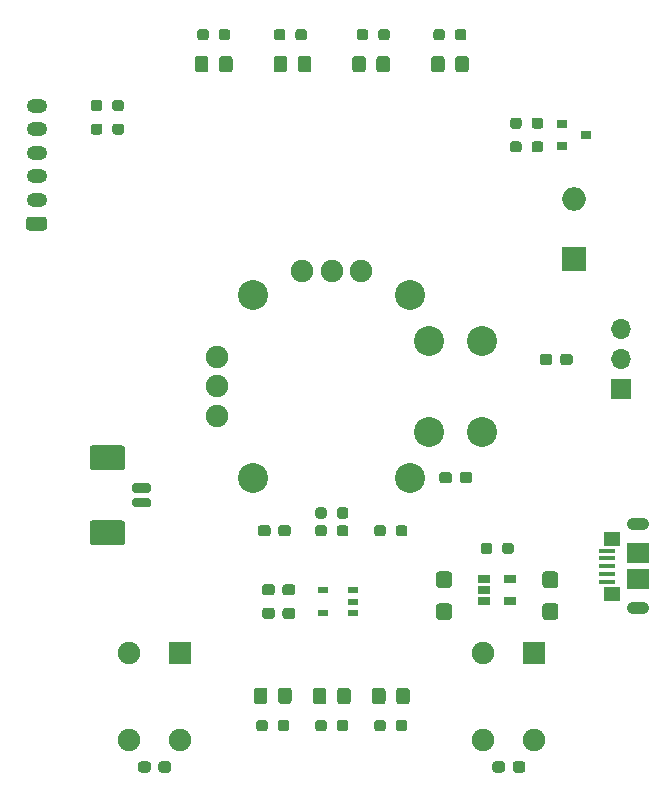
<source format=gbr>
G04 #@! TF.GenerationSoftware,KiCad,Pcbnew,(5.1.10)-1*
G04 #@! TF.CreationDate,2021-09-06T12:39:18+09:00*
G04 #@! TF.ProjectId,controller,636f6e74-726f-46c6-9c65-722e6b696361,rev?*
G04 #@! TF.SameCoordinates,Original*
G04 #@! TF.FileFunction,Soldermask,Top*
G04 #@! TF.FilePolarity,Negative*
%FSLAX46Y46*%
G04 Gerber Fmt 4.6, Leading zero omitted, Abs format (unit mm)*
G04 Created by KiCad (PCBNEW (5.1.10)-1) date 2021-09-06 12:39:18*
%MOMM*%
%LPD*%
G01*
G04 APERTURE LIST*
%ADD10O,2.000000X2.000000*%
%ADD11R,2.000000X2.000000*%
%ADD12R,0.946899X0.508000*%
%ADD13R,1.060000X0.650000*%
%ADD14R,1.905000X1.905000*%
%ADD15C,1.905000*%
%ADD16O,1.700000X1.700000*%
%ADD17R,1.700000X1.700000*%
%ADD18O,1.750000X1.200000*%
%ADD19R,1.450000X1.150000*%
%ADD20O,1.900000X1.050000*%
%ADD21R,1.900000X1.750000*%
%ADD22R,1.400000X0.400000*%
%ADD23R,0.900000X0.800000*%
%ADD24C,2.540000*%
G04 APERTURE END LIST*
D10*
X48000000Y-22920000D03*
D11*
X48000000Y-28000000D03*
D12*
X26726449Y-57950001D03*
X26726449Y-56049999D03*
X29273551Y-56049999D03*
X29273551Y-57000000D03*
X29273551Y-57950001D03*
D13*
X42600000Y-55050000D03*
X42600000Y-56950000D03*
X40400000Y-56950000D03*
X40400000Y-56000000D03*
X40400000Y-55050000D03*
D14*
X14659000Y-61317000D03*
D15*
X10341000Y-61317000D03*
X10341000Y-68683000D03*
X14659000Y-68683000D03*
D14*
X44659000Y-61317000D03*
D15*
X40341000Y-61317000D03*
X40341000Y-68683000D03*
X44659000Y-68683000D03*
D16*
X52000000Y-33920000D03*
X52000000Y-36460000D03*
D17*
X52000000Y-39000000D03*
G36*
G01*
X43575000Y-18262500D02*
X43575000Y-18737500D01*
G75*
G02*
X43337500Y-18975000I-237500J0D01*
G01*
X42837500Y-18975000D01*
G75*
G02*
X42600000Y-18737500I0J237500D01*
G01*
X42600000Y-18262500D01*
G75*
G02*
X42837500Y-18025000I237500J0D01*
G01*
X43337500Y-18025000D01*
G75*
G02*
X43575000Y-18262500I0J-237500D01*
G01*
G37*
G36*
G01*
X45400000Y-18262500D02*
X45400000Y-18737500D01*
G75*
G02*
X45162500Y-18975000I-237500J0D01*
G01*
X44662500Y-18975000D01*
G75*
G02*
X44425000Y-18737500I0J237500D01*
G01*
X44425000Y-18262500D01*
G75*
G02*
X44662500Y-18025000I237500J0D01*
G01*
X45162500Y-18025000D01*
G75*
G02*
X45400000Y-18262500I0J-237500D01*
G01*
G37*
G36*
G01*
X43575000Y-16262500D02*
X43575000Y-16737500D01*
G75*
G02*
X43337500Y-16975000I-237500J0D01*
G01*
X42837500Y-16975000D01*
G75*
G02*
X42600000Y-16737500I0J237500D01*
G01*
X42600000Y-16262500D01*
G75*
G02*
X42837500Y-16025000I237500J0D01*
G01*
X43337500Y-16025000D01*
G75*
G02*
X43575000Y-16262500I0J-237500D01*
G01*
G37*
G36*
G01*
X45400000Y-16262500D02*
X45400000Y-16737500D01*
G75*
G02*
X45162500Y-16975000I-237500J0D01*
G01*
X44662500Y-16975000D01*
G75*
G02*
X44425000Y-16737500I0J237500D01*
G01*
X44425000Y-16262500D01*
G75*
G02*
X44662500Y-16025000I237500J0D01*
G01*
X45162500Y-16025000D01*
G75*
G02*
X45400000Y-16262500I0J-237500D01*
G01*
G37*
G36*
G01*
X32075000Y-50762500D02*
X32075000Y-51237500D01*
G75*
G02*
X31837500Y-51475000I-237500J0D01*
G01*
X31337500Y-51475000D01*
G75*
G02*
X31100000Y-51237500I0J237500D01*
G01*
X31100000Y-50762500D01*
G75*
G02*
X31337500Y-50525000I237500J0D01*
G01*
X31837500Y-50525000D01*
G75*
G02*
X32075000Y-50762500I0J-237500D01*
G01*
G37*
G36*
G01*
X33900000Y-50762500D02*
X33900000Y-51237500D01*
G75*
G02*
X33662500Y-51475000I-237500J0D01*
G01*
X33162500Y-51475000D01*
G75*
G02*
X32925000Y-51237500I0J237500D01*
G01*
X32925000Y-50762500D01*
G75*
G02*
X33162500Y-50525000I237500J0D01*
G01*
X33662500Y-50525000D01*
G75*
G02*
X33900000Y-50762500I0J-237500D01*
G01*
G37*
G36*
G01*
X8925000Y-15237500D02*
X8925000Y-14762500D01*
G75*
G02*
X9162500Y-14525000I237500J0D01*
G01*
X9662500Y-14525000D01*
G75*
G02*
X9900000Y-14762500I0J-237500D01*
G01*
X9900000Y-15237500D01*
G75*
G02*
X9662500Y-15475000I-237500J0D01*
G01*
X9162500Y-15475000D01*
G75*
G02*
X8925000Y-15237500I0J237500D01*
G01*
G37*
G36*
G01*
X7100000Y-15237500D02*
X7100000Y-14762500D01*
G75*
G02*
X7337500Y-14525000I237500J0D01*
G01*
X7837500Y-14525000D01*
G75*
G02*
X8075000Y-14762500I0J-237500D01*
G01*
X8075000Y-15237500D01*
G75*
G02*
X7837500Y-15475000I-237500J0D01*
G01*
X7337500Y-15475000D01*
G75*
G02*
X7100000Y-15237500I0J237500D01*
G01*
G37*
G36*
G01*
X8925000Y-17237500D02*
X8925000Y-16762500D01*
G75*
G02*
X9162500Y-16525000I237500J0D01*
G01*
X9662500Y-16525000D01*
G75*
G02*
X9900000Y-16762500I0J-237500D01*
G01*
X9900000Y-17237500D01*
G75*
G02*
X9662500Y-17475000I-237500J0D01*
G01*
X9162500Y-17475000D01*
G75*
G02*
X8925000Y-17237500I0J237500D01*
G01*
G37*
G36*
G01*
X7100000Y-17237500D02*
X7100000Y-16762500D01*
G75*
G02*
X7337500Y-16525000I237500J0D01*
G01*
X7837500Y-16525000D01*
G75*
G02*
X8075000Y-16762500I0J-237500D01*
G01*
X8075000Y-17237500D01*
G75*
G02*
X7837500Y-17475000I-237500J0D01*
G01*
X7337500Y-17475000D01*
G75*
G02*
X7100000Y-17237500I0J237500D01*
G01*
G37*
G36*
G01*
X27925000Y-51237500D02*
X27925000Y-50762500D01*
G75*
G02*
X28162500Y-50525000I237500J0D01*
G01*
X28662500Y-50525000D01*
G75*
G02*
X28900000Y-50762500I0J-237500D01*
G01*
X28900000Y-51237500D01*
G75*
G02*
X28662500Y-51475000I-237500J0D01*
G01*
X28162500Y-51475000D01*
G75*
G02*
X27925000Y-51237500I0J237500D01*
G01*
G37*
G36*
G01*
X26100000Y-51237500D02*
X26100000Y-50762500D01*
G75*
G02*
X26337500Y-50525000I237500J0D01*
G01*
X26837500Y-50525000D01*
G75*
G02*
X27075000Y-50762500I0J-237500D01*
G01*
X27075000Y-51237500D01*
G75*
G02*
X26837500Y-51475000I-237500J0D01*
G01*
X26337500Y-51475000D01*
G75*
G02*
X26100000Y-51237500I0J237500D01*
G01*
G37*
G36*
G01*
X27925000Y-49737500D02*
X27925000Y-49262500D01*
G75*
G02*
X28162500Y-49025000I237500J0D01*
G01*
X28662500Y-49025000D01*
G75*
G02*
X28900000Y-49262500I0J-237500D01*
G01*
X28900000Y-49737500D01*
G75*
G02*
X28662500Y-49975000I-237500J0D01*
G01*
X28162500Y-49975000D01*
G75*
G02*
X27925000Y-49737500I0J237500D01*
G01*
G37*
G36*
G01*
X26100000Y-49737500D02*
X26100000Y-49262500D01*
G75*
G02*
X26337500Y-49025000I237500J0D01*
G01*
X26837500Y-49025000D01*
G75*
G02*
X27075000Y-49262500I0J-237500D01*
G01*
X27075000Y-49737500D01*
G75*
G02*
X26837500Y-49975000I-237500J0D01*
G01*
X26337500Y-49975000D01*
G75*
G02*
X26100000Y-49737500I0J237500D01*
G01*
G37*
G36*
G01*
X37075000Y-8762500D02*
X37075000Y-9237500D01*
G75*
G02*
X36837500Y-9475000I-237500J0D01*
G01*
X36337500Y-9475000D01*
G75*
G02*
X36100000Y-9237500I0J237500D01*
G01*
X36100000Y-8762500D01*
G75*
G02*
X36337500Y-8525000I237500J0D01*
G01*
X36837500Y-8525000D01*
G75*
G02*
X37075000Y-8762500I0J-237500D01*
G01*
G37*
G36*
G01*
X38900000Y-8762500D02*
X38900000Y-9237500D01*
G75*
G02*
X38662500Y-9475000I-237500J0D01*
G01*
X38162500Y-9475000D01*
G75*
G02*
X37925000Y-9237500I0J237500D01*
G01*
X37925000Y-8762500D01*
G75*
G02*
X38162500Y-8525000I237500J0D01*
G01*
X38662500Y-8525000D01*
G75*
G02*
X38900000Y-8762500I0J-237500D01*
G01*
G37*
G36*
G01*
X30575000Y-8762500D02*
X30575000Y-9237500D01*
G75*
G02*
X30337500Y-9475000I-237500J0D01*
G01*
X29837500Y-9475000D01*
G75*
G02*
X29600000Y-9237500I0J237500D01*
G01*
X29600000Y-8762500D01*
G75*
G02*
X29837500Y-8525000I237500J0D01*
G01*
X30337500Y-8525000D01*
G75*
G02*
X30575000Y-8762500I0J-237500D01*
G01*
G37*
G36*
G01*
X32400000Y-8762500D02*
X32400000Y-9237500D01*
G75*
G02*
X32162500Y-9475000I-237500J0D01*
G01*
X31662500Y-9475000D01*
G75*
G02*
X31425000Y-9237500I0J237500D01*
G01*
X31425000Y-8762500D01*
G75*
G02*
X31662500Y-8525000I237500J0D01*
G01*
X32162500Y-8525000D01*
G75*
G02*
X32400000Y-8762500I0J-237500D01*
G01*
G37*
G36*
G01*
X23575000Y-8762500D02*
X23575000Y-9237500D01*
G75*
G02*
X23337500Y-9475000I-237500J0D01*
G01*
X22837500Y-9475000D01*
G75*
G02*
X22600000Y-9237500I0J237500D01*
G01*
X22600000Y-8762500D01*
G75*
G02*
X22837500Y-8525000I237500J0D01*
G01*
X23337500Y-8525000D01*
G75*
G02*
X23575000Y-8762500I0J-237500D01*
G01*
G37*
G36*
G01*
X25400000Y-8762500D02*
X25400000Y-9237500D01*
G75*
G02*
X25162500Y-9475000I-237500J0D01*
G01*
X24662500Y-9475000D01*
G75*
G02*
X24425000Y-9237500I0J237500D01*
G01*
X24425000Y-8762500D01*
G75*
G02*
X24662500Y-8525000I237500J0D01*
G01*
X25162500Y-8525000D01*
G75*
G02*
X25400000Y-8762500I0J-237500D01*
G01*
G37*
G36*
G01*
X17075000Y-8762500D02*
X17075000Y-9237500D01*
G75*
G02*
X16837500Y-9475000I-237500J0D01*
G01*
X16337500Y-9475000D01*
G75*
G02*
X16100000Y-9237500I0J237500D01*
G01*
X16100000Y-8762500D01*
G75*
G02*
X16337500Y-8525000I237500J0D01*
G01*
X16837500Y-8525000D01*
G75*
G02*
X17075000Y-8762500I0J-237500D01*
G01*
G37*
G36*
G01*
X18900000Y-8762500D02*
X18900000Y-9237500D01*
G75*
G02*
X18662500Y-9475000I-237500J0D01*
G01*
X18162500Y-9475000D01*
G75*
G02*
X17925000Y-9237500I0J237500D01*
G01*
X17925000Y-8762500D01*
G75*
G02*
X18162500Y-8525000I237500J0D01*
G01*
X18662500Y-8525000D01*
G75*
G02*
X18900000Y-8762500I0J-237500D01*
G01*
G37*
G36*
G01*
X27075000Y-67262500D02*
X27075000Y-67737500D01*
G75*
G02*
X26837500Y-67975000I-237500J0D01*
G01*
X26337500Y-67975000D01*
G75*
G02*
X26100000Y-67737500I0J237500D01*
G01*
X26100000Y-67262500D01*
G75*
G02*
X26337500Y-67025000I237500J0D01*
G01*
X26837500Y-67025000D01*
G75*
G02*
X27075000Y-67262500I0J-237500D01*
G01*
G37*
G36*
G01*
X28900000Y-67262500D02*
X28900000Y-67737500D01*
G75*
G02*
X28662500Y-67975000I-237500J0D01*
G01*
X28162500Y-67975000D01*
G75*
G02*
X27925000Y-67737500I0J237500D01*
G01*
X27925000Y-67262500D01*
G75*
G02*
X28162500Y-67025000I237500J0D01*
G01*
X28662500Y-67025000D01*
G75*
G02*
X28900000Y-67262500I0J-237500D01*
G01*
G37*
G36*
G01*
X22075000Y-67262500D02*
X22075000Y-67737500D01*
G75*
G02*
X21837500Y-67975000I-237500J0D01*
G01*
X21337500Y-67975000D01*
G75*
G02*
X21100000Y-67737500I0J237500D01*
G01*
X21100000Y-67262500D01*
G75*
G02*
X21337500Y-67025000I237500J0D01*
G01*
X21837500Y-67025000D01*
G75*
G02*
X22075000Y-67262500I0J-237500D01*
G01*
G37*
G36*
G01*
X23900000Y-67262500D02*
X23900000Y-67737500D01*
G75*
G02*
X23662500Y-67975000I-237500J0D01*
G01*
X23162500Y-67975000D01*
G75*
G02*
X22925000Y-67737500I0J237500D01*
G01*
X22925000Y-67262500D01*
G75*
G02*
X23162500Y-67025000I237500J0D01*
G01*
X23662500Y-67025000D01*
G75*
G02*
X23900000Y-67262500I0J-237500D01*
G01*
G37*
G36*
G01*
X32075000Y-67262500D02*
X32075000Y-67737500D01*
G75*
G02*
X31837500Y-67975000I-237500J0D01*
G01*
X31337500Y-67975000D01*
G75*
G02*
X31100000Y-67737500I0J237500D01*
G01*
X31100000Y-67262500D01*
G75*
G02*
X31337500Y-67025000I237500J0D01*
G01*
X31837500Y-67025000D01*
G75*
G02*
X32075000Y-67262500I0J-237500D01*
G01*
G37*
G36*
G01*
X33900000Y-67262500D02*
X33900000Y-67737500D01*
G75*
G02*
X33662500Y-67975000I-237500J0D01*
G01*
X33162500Y-67975000D01*
G75*
G02*
X32925000Y-67737500I0J237500D01*
G01*
X32925000Y-67262500D01*
G75*
G02*
X33162500Y-67025000I237500J0D01*
G01*
X33662500Y-67025000D01*
G75*
G02*
X33900000Y-67262500I0J-237500D01*
G01*
G37*
G36*
G01*
X41075000Y-52262500D02*
X41075000Y-52737500D01*
G75*
G02*
X40837500Y-52975000I-237500J0D01*
G01*
X40337500Y-52975000D01*
G75*
G02*
X40100000Y-52737500I0J237500D01*
G01*
X40100000Y-52262500D01*
G75*
G02*
X40337500Y-52025000I237500J0D01*
G01*
X40837500Y-52025000D01*
G75*
G02*
X41075000Y-52262500I0J-237500D01*
G01*
G37*
G36*
G01*
X42900000Y-52262500D02*
X42900000Y-52737500D01*
G75*
G02*
X42662500Y-52975000I-237500J0D01*
G01*
X42162500Y-52975000D01*
G75*
G02*
X41925000Y-52737500I0J237500D01*
G01*
X41925000Y-52262500D01*
G75*
G02*
X42162500Y-52025000I237500J0D01*
G01*
X42662500Y-52025000D01*
G75*
G02*
X42900000Y-52262500I0J-237500D01*
G01*
G37*
D18*
X2500000Y-15000000D03*
X2500000Y-17000000D03*
X2500000Y-19000000D03*
X2500000Y-21000000D03*
X2500000Y-23000000D03*
G36*
G01*
X3125001Y-25600000D02*
X1874999Y-25600000D01*
G75*
G02*
X1625000Y-25350001I0J249999D01*
G01*
X1625000Y-24649999D01*
G75*
G02*
X1874999Y-24400000I249999J0D01*
G01*
X3125001Y-24400000D01*
G75*
G02*
X3375000Y-24649999I0J-249999D01*
G01*
X3375000Y-25350001D01*
G75*
G02*
X3125001Y-25600000I-249999J0D01*
G01*
G37*
D19*
X51220000Y-56320000D03*
X51220000Y-51680000D03*
D20*
X53450000Y-50425000D03*
X53450000Y-57575000D03*
D21*
X53450000Y-55125000D03*
D22*
X50800000Y-54000000D03*
X50800000Y-53350000D03*
X50800000Y-52700000D03*
X50800000Y-55300000D03*
X50800000Y-54650000D03*
D21*
X53450000Y-52875000D03*
G36*
G01*
X7249999Y-50125000D02*
X9750001Y-50125000D01*
G75*
G02*
X10000000Y-50374999I0J-249999D01*
G01*
X10000000Y-51975001D01*
G75*
G02*
X9750001Y-52225000I-249999J0D01*
G01*
X7249999Y-52225000D01*
G75*
G02*
X7000000Y-51975001I0J249999D01*
G01*
X7000000Y-50374999D01*
G75*
G02*
X7249999Y-50125000I249999J0D01*
G01*
G37*
G36*
G01*
X7249999Y-43775000D02*
X9750001Y-43775000D01*
G75*
G02*
X10000000Y-44024999I0J-249999D01*
G01*
X10000000Y-45625001D01*
G75*
G02*
X9750001Y-45875000I-249999J0D01*
G01*
X7249999Y-45875000D01*
G75*
G02*
X7000000Y-45625001I0J249999D01*
G01*
X7000000Y-44024999D01*
G75*
G02*
X7249999Y-43775000I249999J0D01*
G01*
G37*
G36*
G01*
X10800000Y-48225000D02*
X12000000Y-48225000D01*
G75*
G02*
X12200000Y-48425000I0J-200000D01*
G01*
X12200000Y-48825000D01*
G75*
G02*
X12000000Y-49025000I-200000J0D01*
G01*
X10800000Y-49025000D01*
G75*
G02*
X10600000Y-48825000I0J200000D01*
G01*
X10600000Y-48425000D01*
G75*
G02*
X10800000Y-48225000I200000J0D01*
G01*
G37*
G36*
G01*
X10800000Y-46975000D02*
X12000000Y-46975000D01*
G75*
G02*
X12200000Y-47175000I0J-200000D01*
G01*
X12200000Y-47575000D01*
G75*
G02*
X12000000Y-47775000I-200000J0D01*
G01*
X10800000Y-47775000D01*
G75*
G02*
X10600000Y-47575000I0J200000D01*
G01*
X10600000Y-47175000D01*
G75*
G02*
X10800000Y-46975000I200000J0D01*
G01*
G37*
G36*
G01*
X32050000Y-64549999D02*
X32050000Y-65450001D01*
G75*
G02*
X31800001Y-65700000I-249999J0D01*
G01*
X31149999Y-65700000D01*
G75*
G02*
X30900000Y-65450001I0J249999D01*
G01*
X30900000Y-64549999D01*
G75*
G02*
X31149999Y-64300000I249999J0D01*
G01*
X31800001Y-64300000D01*
G75*
G02*
X32050000Y-64549999I0J-249999D01*
G01*
G37*
G36*
G01*
X34100000Y-64549999D02*
X34100000Y-65450001D01*
G75*
G02*
X33850001Y-65700000I-249999J0D01*
G01*
X33199999Y-65700000D01*
G75*
G02*
X32950000Y-65450001I0J249999D01*
G01*
X32950000Y-64549999D01*
G75*
G02*
X33199999Y-64300000I249999J0D01*
G01*
X33850001Y-64300000D01*
G75*
G02*
X34100000Y-64549999I0J-249999D01*
G01*
G37*
G36*
G01*
X37050000Y-11049999D02*
X37050000Y-11950001D01*
G75*
G02*
X36800001Y-12200000I-249999J0D01*
G01*
X36149999Y-12200000D01*
G75*
G02*
X35900000Y-11950001I0J249999D01*
G01*
X35900000Y-11049999D01*
G75*
G02*
X36149999Y-10800000I249999J0D01*
G01*
X36800001Y-10800000D01*
G75*
G02*
X37050000Y-11049999I0J-249999D01*
G01*
G37*
G36*
G01*
X39100000Y-11049999D02*
X39100000Y-11950001D01*
G75*
G02*
X38850001Y-12200000I-249999J0D01*
G01*
X38199999Y-12200000D01*
G75*
G02*
X37950000Y-11950001I0J249999D01*
G01*
X37950000Y-11049999D01*
G75*
G02*
X38199999Y-10800000I249999J0D01*
G01*
X38850001Y-10800000D01*
G75*
G02*
X39100000Y-11049999I0J-249999D01*
G01*
G37*
G36*
G01*
X30380000Y-11049999D02*
X30380000Y-11950001D01*
G75*
G02*
X30130001Y-12200000I-249999J0D01*
G01*
X29479999Y-12200000D01*
G75*
G02*
X29230000Y-11950001I0J249999D01*
G01*
X29230000Y-11049999D01*
G75*
G02*
X29479999Y-10800000I249999J0D01*
G01*
X30130001Y-10800000D01*
G75*
G02*
X30380000Y-11049999I0J-249999D01*
G01*
G37*
G36*
G01*
X32430000Y-11049999D02*
X32430000Y-11950001D01*
G75*
G02*
X32180001Y-12200000I-249999J0D01*
G01*
X31529999Y-12200000D01*
G75*
G02*
X31280000Y-11950001I0J249999D01*
G01*
X31280000Y-11049999D01*
G75*
G02*
X31529999Y-10800000I249999J0D01*
G01*
X32180001Y-10800000D01*
G75*
G02*
X32430000Y-11049999I0J-249999D01*
G01*
G37*
G36*
G01*
X23720000Y-11049999D02*
X23720000Y-11950001D01*
G75*
G02*
X23470001Y-12200000I-249999J0D01*
G01*
X22819999Y-12200000D01*
G75*
G02*
X22570000Y-11950001I0J249999D01*
G01*
X22570000Y-11049999D01*
G75*
G02*
X22819999Y-10800000I249999J0D01*
G01*
X23470001Y-10800000D01*
G75*
G02*
X23720000Y-11049999I0J-249999D01*
G01*
G37*
G36*
G01*
X25770000Y-11049999D02*
X25770000Y-11950001D01*
G75*
G02*
X25520001Y-12200000I-249999J0D01*
G01*
X24869999Y-12200000D01*
G75*
G02*
X24620000Y-11950001I0J249999D01*
G01*
X24620000Y-11049999D01*
G75*
G02*
X24869999Y-10800000I249999J0D01*
G01*
X25520001Y-10800000D01*
G75*
G02*
X25770000Y-11049999I0J-249999D01*
G01*
G37*
G36*
G01*
X17050000Y-11049999D02*
X17050000Y-11950001D01*
G75*
G02*
X16800001Y-12200000I-249999J0D01*
G01*
X16149999Y-12200000D01*
G75*
G02*
X15900000Y-11950001I0J249999D01*
G01*
X15900000Y-11049999D01*
G75*
G02*
X16149999Y-10800000I249999J0D01*
G01*
X16800001Y-10800000D01*
G75*
G02*
X17050000Y-11049999I0J-249999D01*
G01*
G37*
G36*
G01*
X19100000Y-11049999D02*
X19100000Y-11950001D01*
G75*
G02*
X18850001Y-12200000I-249999J0D01*
G01*
X18199999Y-12200000D01*
G75*
G02*
X17950000Y-11950001I0J249999D01*
G01*
X17950000Y-11049999D01*
G75*
G02*
X18199999Y-10800000I249999J0D01*
G01*
X18850001Y-10800000D01*
G75*
G02*
X19100000Y-11049999I0J-249999D01*
G01*
G37*
G36*
G01*
X27050000Y-64549999D02*
X27050000Y-65450001D01*
G75*
G02*
X26800001Y-65700000I-249999J0D01*
G01*
X26149999Y-65700000D01*
G75*
G02*
X25900000Y-65450001I0J249999D01*
G01*
X25900000Y-64549999D01*
G75*
G02*
X26149999Y-64300000I249999J0D01*
G01*
X26800001Y-64300000D01*
G75*
G02*
X27050000Y-64549999I0J-249999D01*
G01*
G37*
G36*
G01*
X29100000Y-64549999D02*
X29100000Y-65450001D01*
G75*
G02*
X28850001Y-65700000I-249999J0D01*
G01*
X28199999Y-65700000D01*
G75*
G02*
X27950000Y-65450001I0J249999D01*
G01*
X27950000Y-64549999D01*
G75*
G02*
X28199999Y-64300000I249999J0D01*
G01*
X28850001Y-64300000D01*
G75*
G02*
X29100000Y-64549999I0J-249999D01*
G01*
G37*
G36*
G01*
X22050000Y-64524999D02*
X22050000Y-65425001D01*
G75*
G02*
X21800001Y-65675000I-249999J0D01*
G01*
X21149999Y-65675000D01*
G75*
G02*
X20900000Y-65425001I0J249999D01*
G01*
X20900000Y-64524999D01*
G75*
G02*
X21149999Y-64275000I249999J0D01*
G01*
X21800001Y-64275000D01*
G75*
G02*
X22050000Y-64524999I0J-249999D01*
G01*
G37*
G36*
G01*
X24100000Y-64524999D02*
X24100000Y-65425001D01*
G75*
G02*
X23850001Y-65675000I-249999J0D01*
G01*
X23199999Y-65675000D01*
G75*
G02*
X22950000Y-65425001I0J249999D01*
G01*
X22950000Y-64524999D01*
G75*
G02*
X23199999Y-64275000I249999J0D01*
G01*
X23850001Y-64275000D01*
G75*
G02*
X24100000Y-64524999I0J-249999D01*
G01*
G37*
G36*
G01*
X12825000Y-71237500D02*
X12825000Y-70762500D01*
G75*
G02*
X13062500Y-70525000I237500J0D01*
G01*
X13662500Y-70525000D01*
G75*
G02*
X13900000Y-70762500I0J-237500D01*
G01*
X13900000Y-71237500D01*
G75*
G02*
X13662500Y-71475000I-237500J0D01*
G01*
X13062500Y-71475000D01*
G75*
G02*
X12825000Y-71237500I0J237500D01*
G01*
G37*
G36*
G01*
X11100000Y-71237500D02*
X11100000Y-70762500D01*
G75*
G02*
X11337500Y-70525000I237500J0D01*
G01*
X11937500Y-70525000D01*
G75*
G02*
X12175000Y-70762500I0J-237500D01*
G01*
X12175000Y-71237500D01*
G75*
G02*
X11937500Y-71475000I-237500J0D01*
G01*
X11337500Y-71475000D01*
G75*
G02*
X11100000Y-71237500I0J237500D01*
G01*
G37*
G36*
G01*
X42825000Y-71237500D02*
X42825000Y-70762500D01*
G75*
G02*
X43062500Y-70525000I237500J0D01*
G01*
X43662500Y-70525000D01*
G75*
G02*
X43900000Y-70762500I0J-237500D01*
G01*
X43900000Y-71237500D01*
G75*
G02*
X43662500Y-71475000I-237500J0D01*
G01*
X43062500Y-71475000D01*
G75*
G02*
X42825000Y-71237500I0J237500D01*
G01*
G37*
G36*
G01*
X41100000Y-71237500D02*
X41100000Y-70762500D01*
G75*
G02*
X41337500Y-70525000I237500J0D01*
G01*
X41937500Y-70525000D01*
G75*
G02*
X42175000Y-70762500I0J-237500D01*
G01*
X42175000Y-71237500D01*
G75*
G02*
X41937500Y-71475000I-237500J0D01*
G01*
X41337500Y-71475000D01*
G75*
G02*
X41100000Y-71237500I0J237500D01*
G01*
G37*
G36*
G01*
X38325000Y-46737500D02*
X38325000Y-46262500D01*
G75*
G02*
X38562500Y-46025000I237500J0D01*
G01*
X39162500Y-46025000D01*
G75*
G02*
X39400000Y-46262500I0J-237500D01*
G01*
X39400000Y-46737500D01*
G75*
G02*
X39162500Y-46975000I-237500J0D01*
G01*
X38562500Y-46975000D01*
G75*
G02*
X38325000Y-46737500I0J237500D01*
G01*
G37*
G36*
G01*
X36600000Y-46737500D02*
X36600000Y-46262500D01*
G75*
G02*
X36837500Y-46025000I237500J0D01*
G01*
X37437500Y-46025000D01*
G75*
G02*
X37675000Y-46262500I0J-237500D01*
G01*
X37675000Y-46737500D01*
G75*
G02*
X37437500Y-46975000I-237500J0D01*
G01*
X36837500Y-46975000D01*
G75*
G02*
X36600000Y-46737500I0J237500D01*
G01*
G37*
G36*
G01*
X22312500Y-50762500D02*
X22312500Y-51237500D01*
G75*
G02*
X22075000Y-51475000I-237500J0D01*
G01*
X21475000Y-51475000D01*
G75*
G02*
X21237500Y-51237500I0J237500D01*
G01*
X21237500Y-50762500D01*
G75*
G02*
X21475000Y-50525000I237500J0D01*
G01*
X22075000Y-50525000D01*
G75*
G02*
X22312500Y-50762500I0J-237500D01*
G01*
G37*
G36*
G01*
X24037500Y-50762500D02*
X24037500Y-51237500D01*
G75*
G02*
X23800000Y-51475000I-237500J0D01*
G01*
X23200000Y-51475000D01*
G75*
G02*
X22962500Y-51237500I0J237500D01*
G01*
X22962500Y-50762500D01*
G75*
G02*
X23200000Y-50525000I237500J0D01*
G01*
X23800000Y-50525000D01*
G75*
G02*
X24037500Y-50762500I0J-237500D01*
G01*
G37*
G36*
G01*
X22675000Y-57762500D02*
X22675000Y-58237500D01*
G75*
G02*
X22437500Y-58475000I-237500J0D01*
G01*
X21837500Y-58475000D01*
G75*
G02*
X21600000Y-58237500I0J237500D01*
G01*
X21600000Y-57762500D01*
G75*
G02*
X21837500Y-57525000I237500J0D01*
G01*
X22437500Y-57525000D01*
G75*
G02*
X22675000Y-57762500I0J-237500D01*
G01*
G37*
G36*
G01*
X24400000Y-57762500D02*
X24400000Y-58237500D01*
G75*
G02*
X24162500Y-58475000I-237500J0D01*
G01*
X23562500Y-58475000D01*
G75*
G02*
X23325000Y-58237500I0J237500D01*
G01*
X23325000Y-57762500D01*
G75*
G02*
X23562500Y-57525000I237500J0D01*
G01*
X24162500Y-57525000D01*
G75*
G02*
X24400000Y-57762500I0J-237500D01*
G01*
G37*
G36*
G01*
X22675000Y-55762500D02*
X22675000Y-56237500D01*
G75*
G02*
X22437500Y-56475000I-237500J0D01*
G01*
X21837500Y-56475000D01*
G75*
G02*
X21600000Y-56237500I0J237500D01*
G01*
X21600000Y-55762500D01*
G75*
G02*
X21837500Y-55525000I237500J0D01*
G01*
X22437500Y-55525000D01*
G75*
G02*
X22675000Y-55762500I0J-237500D01*
G01*
G37*
G36*
G01*
X24400000Y-55762500D02*
X24400000Y-56237500D01*
G75*
G02*
X24162500Y-56475000I-237500J0D01*
G01*
X23562500Y-56475000D01*
G75*
G02*
X23325000Y-56237500I0J237500D01*
G01*
X23325000Y-55762500D01*
G75*
G02*
X23562500Y-55525000I237500J0D01*
G01*
X24162500Y-55525000D01*
G75*
G02*
X24400000Y-55762500I0J-237500D01*
G01*
G37*
G36*
G01*
X46175000Y-36262500D02*
X46175000Y-36737500D01*
G75*
G02*
X45937500Y-36975000I-237500J0D01*
G01*
X45337500Y-36975000D01*
G75*
G02*
X45100000Y-36737500I0J237500D01*
G01*
X45100000Y-36262500D01*
G75*
G02*
X45337500Y-36025000I237500J0D01*
G01*
X45937500Y-36025000D01*
G75*
G02*
X46175000Y-36262500I0J-237500D01*
G01*
G37*
G36*
G01*
X47900000Y-36262500D02*
X47900000Y-36737500D01*
G75*
G02*
X47662500Y-36975000I-237500J0D01*
G01*
X47062500Y-36975000D01*
G75*
G02*
X46825000Y-36737500I0J237500D01*
G01*
X46825000Y-36262500D01*
G75*
G02*
X47062500Y-36025000I237500J0D01*
G01*
X47662500Y-36025000D01*
G75*
G02*
X47900000Y-36262500I0J-237500D01*
G01*
G37*
G36*
G01*
X36574999Y-57150000D02*
X37425001Y-57150000D01*
G75*
G02*
X37675000Y-57399999I0J-249999D01*
G01*
X37675000Y-58300001D01*
G75*
G02*
X37425001Y-58550000I-249999J0D01*
G01*
X36574999Y-58550000D01*
G75*
G02*
X36325000Y-58300001I0J249999D01*
G01*
X36325000Y-57399999D01*
G75*
G02*
X36574999Y-57150000I249999J0D01*
G01*
G37*
G36*
G01*
X36574999Y-54450000D02*
X37425001Y-54450000D01*
G75*
G02*
X37675000Y-54699999I0J-249999D01*
G01*
X37675000Y-55600001D01*
G75*
G02*
X37425001Y-55850000I-249999J0D01*
G01*
X36574999Y-55850000D01*
G75*
G02*
X36325000Y-55600001I0J249999D01*
G01*
X36325000Y-54699999D01*
G75*
G02*
X36574999Y-54450000I249999J0D01*
G01*
G37*
G36*
G01*
X45574999Y-57150000D02*
X46425001Y-57150000D01*
G75*
G02*
X46675000Y-57399999I0J-249999D01*
G01*
X46675000Y-58300001D01*
G75*
G02*
X46425001Y-58550000I-249999J0D01*
G01*
X45574999Y-58550000D01*
G75*
G02*
X45325000Y-58300001I0J249999D01*
G01*
X45325000Y-57399999D01*
G75*
G02*
X45574999Y-57150000I249999J0D01*
G01*
G37*
G36*
G01*
X45574999Y-54450000D02*
X46425001Y-54450000D01*
G75*
G02*
X46675000Y-54699999I0J-249999D01*
G01*
X46675000Y-55600001D01*
G75*
G02*
X46425001Y-55850000I-249999J0D01*
G01*
X45574999Y-55850000D01*
G75*
G02*
X45325000Y-55600001I0J249999D01*
G01*
X45325000Y-54699999D01*
G75*
G02*
X45574999Y-54450000I249999J0D01*
G01*
G37*
D23*
X47000000Y-16550000D03*
X47000000Y-18450000D03*
X49000000Y-17500000D03*
D15*
X25000000Y-29000000D03*
X27500000Y-29000000D03*
X30000000Y-29000000D03*
X17750000Y-36250000D03*
X17750000Y-38750000D03*
X17750000Y-41250000D03*
D24*
X35750000Y-34900000D03*
X40250000Y-34900000D03*
X40250000Y-42600000D03*
X35750000Y-42600000D03*
X20850000Y-31000000D03*
X34150000Y-31000000D03*
X34150000Y-46500000D03*
X20850000Y-46500000D03*
M02*

</source>
